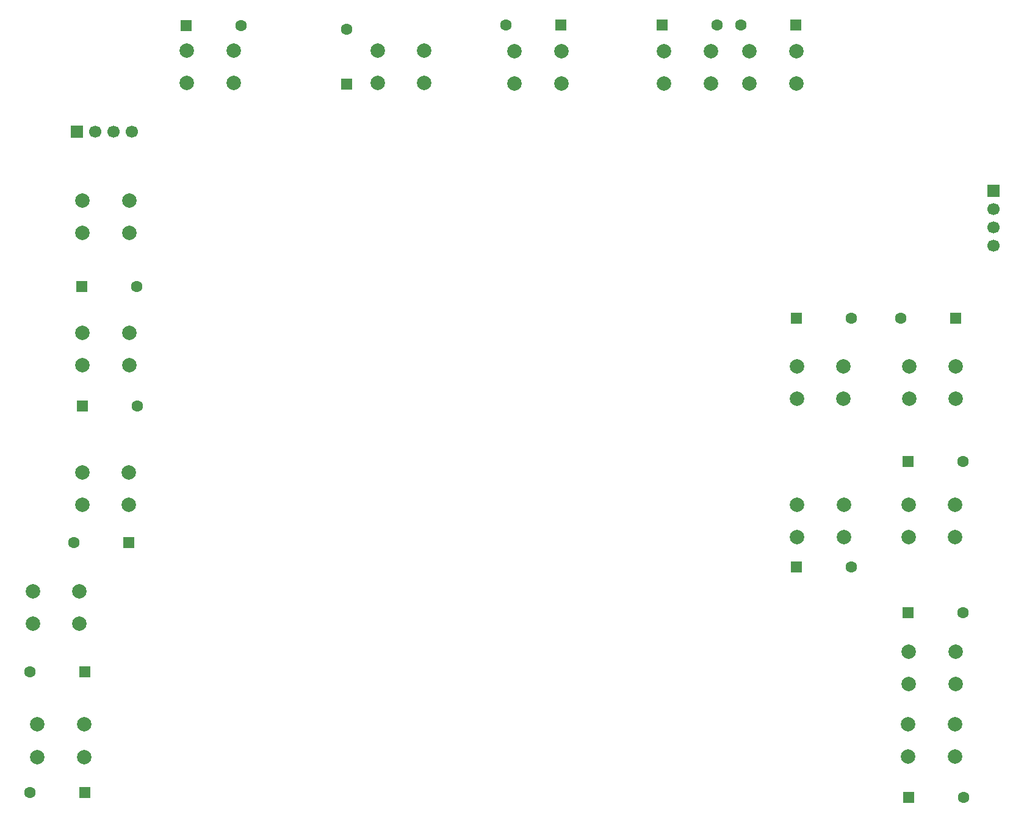
<source format=gts>
%TF.GenerationSoftware,KiCad,Pcbnew,9.0.3*%
%TF.CreationDate,2025-07-25T01:46:46-06:00*%
%TF.ProjectId,ARC-210-Master-Board,4152432d-3231-4302-9d4d-61737465722d,rev?*%
%TF.SameCoordinates,Original*%
%TF.FileFunction,Soldermask,Top*%
%TF.FilePolarity,Negative*%
%FSLAX46Y46*%
G04 Gerber Fmt 4.6, Leading zero omitted, Abs format (unit mm)*
G04 Created by KiCad (PCBNEW 9.0.3) date 2025-07-25 01:46:46*
%MOMM*%
%LPD*%
G01*
G04 APERTURE LIST*
G04 Aperture macros list*
%AMRoundRect*
0 Rectangle with rounded corners*
0 $1 Rounding radius*
0 $2 $3 $4 $5 $6 $7 $8 $9 X,Y pos of 4 corners*
0 Add a 4 corners polygon primitive as box body*
4,1,4,$2,$3,$4,$5,$6,$7,$8,$9,$2,$3,0*
0 Add four circle primitives for the rounded corners*
1,1,$1+$1,$2,$3*
1,1,$1+$1,$4,$5*
1,1,$1+$1,$6,$7*
1,1,$1+$1,$8,$9*
0 Add four rect primitives between the rounded corners*
20,1,$1+$1,$2,$3,$4,$5,0*
20,1,$1+$1,$4,$5,$6,$7,0*
20,1,$1+$1,$6,$7,$8,$9,0*
20,1,$1+$1,$8,$9,$2,$3,0*%
G04 Aperture macros list end*
%ADD10C,2.000000*%
%ADD11RoundRect,0.250000X-0.550000X-0.550000X0.550000X-0.550000X0.550000X0.550000X-0.550000X0.550000X0*%
%ADD12C,1.600000*%
%ADD13R,1.700000X1.700000*%
%ADD14C,1.700000*%
%ADD15RoundRect,0.250000X0.550000X0.550000X-0.550000X0.550000X-0.550000X-0.550000X0.550000X-0.550000X0*%
%ADD16RoundRect,0.250000X0.550000X-0.550000X0.550000X0.550000X-0.550000X0.550000X-0.550000X-0.550000X0*%
G04 APERTURE END LIST*
D10*
%TO.C,SW10*%
X180310000Y-35160000D03*
X186810000Y-35160000D03*
X180310000Y-39660000D03*
X186810000Y-39660000D03*
%TD*%
%TO.C,SW14*%
X202350000Y-98200000D03*
X208850000Y-98200000D03*
X202350000Y-102700000D03*
X208850000Y-102700000D03*
%TD*%
%TO.C,SW1*%
X87980000Y-133190000D03*
X81480000Y-133190000D03*
X87980000Y-128690000D03*
X81480000Y-128690000D03*
%TD*%
%TO.C,SW2*%
X87350000Y-114680000D03*
X80850000Y-114680000D03*
X87350000Y-110180000D03*
X80850000Y-110180000D03*
%TD*%
%TO.C,SW7*%
X135200000Y-39590000D03*
X128700000Y-39590000D03*
X135200000Y-35090000D03*
X128700000Y-35090000D03*
%TD*%
%TO.C,SW3*%
X94210000Y-98200000D03*
X87710000Y-98200000D03*
X94210000Y-93700000D03*
X87710000Y-93700000D03*
%TD*%
%TO.C,SW11*%
X186865000Y-78980000D03*
X193365000Y-78980000D03*
X186865000Y-83480000D03*
X193365000Y-83480000D03*
%TD*%
%TO.C,SW8*%
X147670000Y-35190000D03*
X154170000Y-35190000D03*
X147670000Y-39690000D03*
X154170000Y-39690000D03*
%TD*%
%TO.C,SW16*%
X208830000Y-133150000D03*
X202330000Y-133150000D03*
X208830000Y-128650000D03*
X202330000Y-128650000D03*
%TD*%
%TO.C,SW5*%
X94260000Y-60420000D03*
X87760000Y-60420000D03*
X94260000Y-55920000D03*
X87760000Y-55920000D03*
%TD*%
%TO.C,SW9*%
X168440000Y-35170000D03*
X174940000Y-35170000D03*
X168440000Y-39670000D03*
X174940000Y-39670000D03*
%TD*%
%TO.C,SW12*%
X202440000Y-78980000D03*
X208940000Y-78980000D03*
X202440000Y-83480000D03*
X208940000Y-83480000D03*
%TD*%
%TO.C,SW6*%
X102250000Y-35120000D03*
X108750000Y-35120000D03*
X102250000Y-39620000D03*
X108750000Y-39620000D03*
%TD*%
%TO.C,SW15*%
X202370000Y-118590000D03*
X208870000Y-118590000D03*
X202370000Y-123090000D03*
X208870000Y-123090000D03*
%TD*%
%TO.C,SW13*%
X193390000Y-102650000D03*
X186890000Y-102650000D03*
X193390000Y-98150000D03*
X186890000Y-98150000D03*
%TD*%
%TO.C,SW4*%
X94270000Y-78770000D03*
X87770000Y-78770000D03*
X94270000Y-74270000D03*
X87770000Y-74270000D03*
%TD*%
D11*
%TO.C,D11*%
X186790000Y-72240000D03*
D12*
X194410000Y-72240000D03*
%TD*%
D11*
%TO.C,D16*%
X202350000Y-138850000D03*
D12*
X209970000Y-138850000D03*
%TD*%
D11*
%TO.C,D9*%
X168140000Y-31570000D03*
D12*
X175760000Y-31570000D03*
%TD*%
D13*
%TO.C,J2*%
X86990000Y-46340000D03*
D14*
X89530000Y-46340000D03*
X92070000Y-46340000D03*
X94610000Y-46340000D03*
%TD*%
D11*
%TO.C,D15*%
X202300000Y-113160000D03*
D12*
X209920000Y-113160000D03*
%TD*%
D15*
%TO.C,D3*%
X94180000Y-103420000D03*
D12*
X86560000Y-103420000D03*
%TD*%
D13*
%TO.C,J1*%
X214150000Y-54570000D03*
D14*
X214150000Y-57110000D03*
X214150000Y-59650000D03*
X214150000Y-62190000D03*
%TD*%
D15*
%TO.C,D10*%
X186750000Y-31560000D03*
D12*
X179130000Y-31560000D03*
%TD*%
D11*
%TO.C,D4*%
X87730000Y-84470000D03*
D12*
X95350000Y-84470000D03*
%TD*%
D15*
%TO.C,D1*%
X88120000Y-138170000D03*
D12*
X80500000Y-138170000D03*
%TD*%
D11*
%TO.C,D6*%
X102180000Y-31590000D03*
D12*
X109800000Y-31590000D03*
%TD*%
D11*
%TO.C,D5*%
X87700000Y-67880000D03*
D12*
X95320000Y-67880000D03*
%TD*%
D16*
%TO.C,D7*%
X124380000Y-39770000D03*
D12*
X124380000Y-32150000D03*
%TD*%
D11*
%TO.C,D13*%
X186790000Y-106820000D03*
D12*
X194410000Y-106820000D03*
%TD*%
D15*
%TO.C,D12*%
X208890000Y-72260000D03*
D12*
X201270000Y-72260000D03*
%TD*%
D15*
%TO.C,D2*%
X88120000Y-121340000D03*
D12*
X80500000Y-121340000D03*
%TD*%
D11*
%TO.C,D14*%
X202300000Y-92150000D03*
D12*
X209920000Y-92150000D03*
%TD*%
D15*
%TO.C,D8*%
X154160000Y-31560000D03*
D12*
X146540000Y-31560000D03*
%TD*%
M02*

</source>
